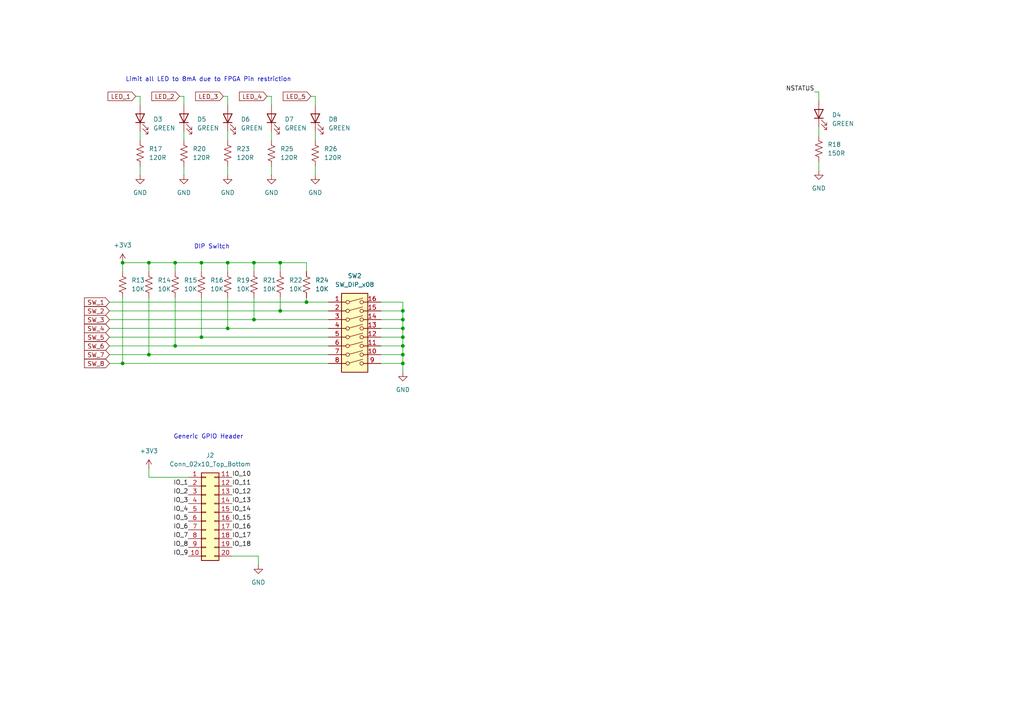
<source format=kicad_sch>
(kicad_sch (version 20231120) (generator "eeschema") (generator_version "8.0")
  (paper "A4")
  (lib_symbols
    (symbol "Connector_Generic:Conn_02x10_Top_Bottom" (pin_names (offset 1.016) hide)
      (property "Reference" "J" (at 1.27 12.7 0))
      (property "Value" "Conn_02x10_Top_Bottom" (at 1.27 -15.24 0))
      (symbol "Conn_02x10_Top_Bottom_1_1"
        (rectangle (start -1.27 -12.573) (end 0 -12.827) (stroke (width 0.1524)))
        (rectangle (start -1.27 -10.033) (end 0 -10.287) (stroke (width 0.1524)))
        (rectangle (start -1.27 -7.493) (end 0 -7.747) (stroke (width 0.1524)))
        (rectangle (start -1.27 -4.953) (end 0 -5.207) (stroke (width 0.1524)))
        (rectangle (start -1.27 -2.413) (end 0 -2.667) (stroke (width 0.1524)))
        (rectangle (start -1.27 0.127) (end 0 -0.127) (stroke (width 0.1524)))
        (rectangle (start -1.27 2.667) (end 0 2.413) (stroke (width 0.1524)))
        (rectangle (start -1.27 5.207) (end 0 4.953) (stroke (width 0.1524)))
        (rectangle (start -1.27 7.747) (end 0 7.493) (stroke (width 0.1524)))
        (rectangle (start -1.27 10.287) (end 0 10.033) (stroke (width 0.1524)))
        (rectangle (start -1.27 11.43) (end 3.81 -13.97) (stroke (width 0.254)) (fill (type background)))
        (rectangle (start 3.81 -12.573) (end 2.54 -12.827) (stroke (width 0.1524)))
        (rectangle (start 3.81 -10.033) (end 2.54 -10.287) (stroke (width 0.1524)))
        (rectangle (start 3.81 -7.493) (end 2.54 -7.747) (stroke (width 0.1524)))
        (rectangle (start 3.81 -4.953) (end 2.54 -5.207) (stroke (width 0.1524)))
        (rectangle (start 3.81 -2.413) (end 2.54 -2.667) (stroke (width 0.1524)))
        (rectangle (start 3.81 0.127) (end 2.54 -0.127) (stroke (width 0.1524)))
        (rectangle (start 3.81 2.667) (end 2.54 2.413) (stroke (width 0.1524)))
        (rectangle (start 3.81 5.207) (end 2.54 4.953) (stroke (width 0.1524)))
        (rectangle (start 3.81 7.747) (end 2.54 7.493) (stroke (width 0.1524)))
        (rectangle (start 3.81 10.287) (end 2.54 10.033) (stroke (width 0.1524)))
        (pin passive line (at -5.08 10.16 0) (length 3.81) (name "Pin_1") (number "1"))
        (pin passive line (at -5.08 -12.7 0) (length 3.81) (name "Pin_10") (number "10"))
        (pin passive line (at 7.62 10.16 180) (length 3.81) (name "Pin_11") (number "11"))
        (pin passive line (at 7.62 7.62 180) (length 3.81) (name "Pin_12") (number "12"))
        (pin passive line (at 7.62 5.08 180) (length 3.81) (name "Pin_13") (number "13"))
        (pin passive line (at 7.62 2.54 180) (length 3.81) (name "Pin_14") (number "14"))
        (pin passive line (at 7.62 0 180) (length 3.81) (name "Pin_15") (number "15"))
        (pin passive line (at 7.62 -2.54 180) (length 3.81) (name "Pin_16") (number "16"))
        (pin passive line (at 7.62 -5.08 180) (length 3.81) (name "Pin_17") (number "17"))
        (pin passive line (at 7.62 -7.62 180) (length 3.81) (name "Pin_18") (number "18"))
        (pin passive line (at 7.62 -10.16 180) (length 3.81) (name "Pin_19") (number "19"))
        (pin passive line (at -5.08 7.62 0) (length 3.81) (name "Pin_2") (number "2"))
        (pin passive line (at 7.62 -12.7 180) (length 3.81) (name "Pin_20") (number "20"))
        (pin passive line (at -5.08 5.08 0) (length 3.81) (name "Pin_3") (number "3"))
        (pin passive line (at -5.08 2.54 0) (length 3.81) (name "Pin_4") (number "4"))
        (pin passive line (at -5.08 0 0) (length 3.81) (name "Pin_5") (number "5"))
        (pin passive line (at -5.08 -2.54 0) (length 3.81) (name "Pin_6") (number "6"))
        (pin passive line (at -5.08 -5.08 0) (length 3.81) (name "Pin_7") (number "7"))
        (pin passive line (at -5.08 -7.62 0) (length 3.81) (name "Pin_8") (number "8"))
        (pin passive line (at -5.08 -10.16 0) (length 3.81) (name "Pin_9") (number "9"))
      )
    )
    (symbol "Device:LED" (pin_numbers hide) (pin_names (offset 1.016) hide)
      (property "Reference" "D" (at 0 2.54 0))
      (property "Value" "LED" (at 0 -2.54 0))
      (symbol "LED_0_1"
        (polyline (pts (xy -1.27 -1.27) (xy -1.27 1.27)) (stroke (width 0.254)))
        (polyline (pts (xy -1.27 0) (xy 1.27 0)))
        (polyline (pts (xy 1.27 -1.27) (xy 1.27 1.27) (xy -1.27 0) (xy 1.27 -1.27)) (stroke (width 0.254)))
        (polyline (pts (xy -3.048 -0.762) (xy -4.572 -2.286) (xy -3.81 -2.286) (xy -4.572 -2.286) (xy -4.572 -1.524)))
        (polyline (pts (xy -1.778 -0.762) (xy -3.302 -2.286) (xy -2.54 -2.286) (xy -3.302 -2.286) (xy -3.302 -1.524)))
      )
      (symbol "LED_1_1"
        (pin passive line (at -3.81 0 0) (length 2.54) (name "K") (number "1"))
        (pin passive line (at 3.81 0 180) (length 2.54) (name "A") (number "2"))
      )
    )
    (symbol "Device:R_US" (pin_numbers hide) (pin_names (offset 0))
      (property "Reference" "R" (at 2.54 0 90))
      (property "Value" "R_US" (at -2.54 0 90))
      (symbol "R_US_0_1"
        (polyline (pts (xy 0 -2.286) (xy 0 -2.54)))
        (polyline (pts (xy 0 2.286) (xy 0 2.54)))
        (polyline (pts (xy 0 -0.762) (xy 1.016 -1.143) (xy 0 -1.524) (xy -1.016 -1.905) (xy 0 -2.286)))
        (polyline (pts (xy 0 0.762) (xy 1.016 0.381) (xy 0 0) (xy -1.016 -0.381) (xy 0 -0.762)))
        (polyline (pts (xy 0 2.286) (xy 1.016 1.905) (xy 0 1.524) (xy -1.016 1.143) (xy 0 0.762)))
      )
      (symbol "R_US_1_1"
        (pin passive line (at 0 3.81 270) (length 1.27) (name "~") (number "1"))
        (pin passive line (at 0 -3.81 90) (length 1.27) (name "~") (number "2"))
      )
    )
    (symbol "Switch:SW_DIP_x08" (pin_names (offset 0) hide)
      (property "Reference" "SW" (at 0 13.97 0))
      (property "Value" "SW_DIP_x08" (at 0 -11.43 0))
      (symbol "SW_DIP_x08_0_0"
        (circle (center -2.032 -7.62) (radius 0.508))
        (circle (center -2.032 -5.08) (radius 0.508))
        (circle (center -2.032 -2.54) (radius 0.508))
        (circle (center -2.032 0) (radius 0.508))
        (circle (center -2.032 2.54) (radius 0.508))
        (circle (center -2.032 5.08) (radius 0.508))
        (circle (center -2.032 7.62) (radius 0.508))
        (circle (center -2.032 10.16) (radius 0.508))
        (polyline (pts (xy -1.524 -7.4676) (xy 2.3622 -6.4262)))
        (polyline (pts (xy -1.524 -4.9276) (xy 2.3622 -3.8862)))
        (polyline (pts (xy -1.524 -2.3876) (xy 2.3622 -1.3462)))
        (polyline (pts (xy -1.524 0.127) (xy 2.3622 1.1684)))
        (polyline (pts (xy -1.524 2.667) (xy 2.3622 3.7084)))
        (polyline (pts (xy -1.524 5.207) (xy 2.3622 6.2484)))
        (polyline (pts (xy -1.524 7.747) (xy 2.3622 8.7884)))
        (polyline (pts (xy -1.524 10.287) (xy 2.3622 11.3284)))
        (circle (center 2.032 -7.62) (radius 0.508))
        (circle (center 2.032 -5.08) (radius 0.508))
        (circle (center 2.032 -2.54) (radius 0.508))
        (circle (center 2.032 0) (radius 0.508))
        (circle (center 2.032 2.54) (radius 0.508))
        (circle (center 2.032 5.08) (radius 0.508))
        (circle (center 2.032 7.62) (radius 0.508))
        (circle (center 2.032 10.16) (radius 0.508))
      )
      (symbol "SW_DIP_x08_0_1"
        (rectangle (start -3.81 12.7) (end 3.81 -10.16) (stroke (width 0.254)) (fill (type background)))
      )
      (symbol "SW_DIP_x08_1_1"
        (pin passive line (at -7.62 10.16 0) (length 5.08) (name "~") (number "1"))
        (pin passive line (at 7.62 -5.08 180) (length 5.08) (name "~") (number "10"))
        (pin passive line (at 7.62 -2.54 180) (length 5.08) (name "~") (number "11"))
        (pin passive line (at 7.62 0 180) (length 5.08) (name "~") (number "12"))
        (pin passive line (at 7.62 2.54 180) (length 5.08) (name "~") (number "13"))
        (pin passive line (at 7.62 5.08 180) (length 5.08) (name "~") (number "14"))
        (pin passive line (at 7.62 7.62 180) (length 5.08) (name "~") (number "15"))
        (pin passive line (at 7.62 10.16 180) (length 5.08) (name "~") (number "16"))
        (pin passive line (at -7.62 7.62 0) (length 5.08) (name "~") (number "2"))
        (pin passive line (at -7.62 5.08 0) (length 5.08) (name "~") (number "3"))
        (pin passive line (at -7.62 2.54 0) (length 5.08) (name "~") (number "4"))
        (pin passive line (at -7.62 0 0) (length 5.08) (name "~") (number "5"))
        (pin passive line (at -7.62 -2.54 0) (length 5.08) (name "~") (number "6"))
        (pin passive line (at -7.62 -5.08 0) (length 5.08) (name "~") (number "7"))
        (pin passive line (at -7.62 -7.62 0) (length 5.08) (name "~") (number "8"))
        (pin passive line (at 7.62 -7.62 180) (length 5.08) (name "~") (number "9"))
      )
    )
    (symbol "power:+3V3" (power) (pin_numbers hide) (pin_names (offset 0) hide)
      (property "Value" "+3V3" (at 0 3.556 0))
      (symbol "+3V3_0_1"
        (polyline (pts (xy -0.762 1.27) (xy 0 2.54)))
        (polyline (pts (xy 0 0) (xy 0 2.54)))
        (polyline (pts (xy 0 2.54) (xy 0.762 1.27)))
      )
      (symbol "+3V3_1_1"
        (pin power_in line (at 0 0 90) (length 0) (name "~") (number "1"))
      )
    )
    (symbol "power:GND" (power) (pin_numbers hide) (pin_names (offset 0) hide)
      (property "Value" "GND" (at 0 -3.81 0))
      (symbol "GND_0_1"
        (polyline (pts (xy 0 0) (xy 0 -1.27) (xy 1.27 -1.27) (xy 0 -2.54) (xy -1.27 -1.27) (xy 0 -1.27)))
      )
      (symbol "GND_1_1"
        (pin power_in line (at 0 0 270) (length 0) (name "~") (number "1"))
      )
    )
  )
  (junction (at 43.18 76.2))
  (junction (at 81.28 90.17))
  (junction (at 50.8 100.33))
  (junction (at 81.28 76.2))
  (junction (at 58.42 76.2))
  (junction (at 66.04 95.25))
  (junction (at 66.04 76.2))
  (junction (at 43.18 102.87))
  (junction (at 88.9 87.63))
  (junction (at 35.56 105.41))
  (junction (at 73.66 92.71))
  (junction (at 116.84 100.33))
  (junction (at 58.42 97.79))
  (junction (at 50.8 76.2))
  (junction (at 73.66 76.2))
  (junction (at 116.84 92.71))
  (junction (at 116.84 95.25))
  (junction (at 35.56 76.2))
  (junction (at 116.84 105.41))
  (junction (at 116.84 90.17))
  (junction (at 116.84 102.87))
  (junction (at 116.84 97.79))
  (wire (pts (xy 90.17 27.94) (xy 91.44 27.94)))
  (wire (pts (xy 78.74 27.94) (xy 78.74 30.48)))
  (wire (pts (xy 110.49 100.33) (xy 116.84 100.33)))
  (wire (pts (xy 43.18 138.43) (xy 54.61 138.43)))
  (wire (pts (xy 58.42 76.2) (xy 66.04 76.2)))
  (wire (pts (xy 73.66 76.2) (xy 66.04 76.2)))
  (wire (pts (xy 81.28 90.17) (xy 95.25 90.17)))
  (wire (pts (xy 73.66 92.71) (xy 95.25 92.71)))
  (wire (pts (xy 66.04 38.1) (xy 66.04 40.64)))
  (wire (pts (xy 35.56 105.41) (xy 95.25 105.41)))
  (wire (pts (xy 43.18 86.36) (xy 43.18 102.87)))
  (wire (pts (xy 116.84 95.25) (xy 116.84 97.79)))
  (wire (pts (xy 237.49 46.99) (xy 237.49 49.53)))
  (wire (pts (xy 66.04 27.94) (xy 66.04 30.48)))
  (wire (pts (xy 58.42 86.36) (xy 58.42 97.79)))
  (wire (pts (xy 50.8 76.2) (xy 58.42 76.2)))
  (wire (pts (xy 31.75 97.79) (xy 58.42 97.79)))
  (wire (pts (xy 73.66 86.36) (xy 73.66 92.71)))
  (wire (pts (xy 39.37 27.94) (xy 40.64 27.94)))
  (wire (pts (xy 66.04 48.26) (xy 66.04 50.8)))
  (wire (pts (xy 40.64 48.26) (xy 40.64 50.8)))
  (wire (pts (xy 78.74 38.1) (xy 78.74 40.64)))
  (wire (pts (xy 116.84 87.63) (xy 116.84 90.17)))
  (wire (pts (xy 53.34 48.26) (xy 53.34 50.8)))
  (wire (pts (xy 67.31 161.29) (xy 74.93 161.29)))
  (wire (pts (xy 110.49 105.41) (xy 116.84 105.41)))
  (wire (pts (xy 52.07 27.94) (xy 53.34 27.94)))
  (wire (pts (xy 43.18 76.2) (xy 43.18 78.74)))
  (wire (pts (xy 66.04 86.36) (xy 66.04 95.25)))
  (wire (pts (xy 110.49 95.25) (xy 116.84 95.25)))
  (wire (pts (xy 31.75 105.41) (xy 35.56 105.41)))
  (wire (pts (xy 78.74 48.26) (xy 78.74 50.8)))
  (wire (pts (xy 73.66 76.2) (xy 73.66 78.74)))
  (wire (pts (xy 40.64 38.1) (xy 40.64 40.64)))
  (wire (pts (xy 53.34 38.1) (xy 53.34 40.64)))
  (wire (pts (xy 31.75 102.87) (xy 43.18 102.87)))
  (wire (pts (xy 50.8 100.33) (xy 95.25 100.33)))
  (wire (pts (xy 110.49 97.79) (xy 116.84 97.79)))
  (wire (pts (xy 58.42 97.79) (xy 95.25 97.79)))
  (wire (pts (xy 81.28 76.2) (xy 73.66 76.2)))
  (wire (pts (xy 43.18 76.2) (xy 50.8 76.2)))
  (wire (pts (xy 53.34 27.94) (xy 53.34 30.48)))
  (wire (pts (xy 91.44 27.94) (xy 91.44 30.48)))
  (wire (pts (xy 88.9 78.74) (xy 88.9 76.2)))
  (wire (pts (xy 110.49 90.17) (xy 116.84 90.17)))
  (wire (pts (xy 91.44 38.1) (xy 91.44 40.64)))
  (wire (pts (xy 66.04 76.2) (xy 66.04 78.74)))
  (wire (pts (xy 74.93 161.29) (xy 74.93 163.83)))
  (wire (pts (xy 110.49 92.71) (xy 116.84 92.71)))
  (wire (pts (xy 31.75 90.17) (xy 81.28 90.17)))
  (wire (pts (xy 237.49 26.67) (xy 237.49 29.21)))
  (wire (pts (xy 236.22 26.67) (xy 237.49 26.67)))
  (wire (pts (xy 81.28 76.2) (xy 88.9 76.2)))
  (wire (pts (xy 81.28 76.2) (xy 81.28 78.74)))
  (wire (pts (xy 35.56 86.36) (xy 35.56 105.41)))
  (wire (pts (xy 40.64 27.94) (xy 40.64 30.48)))
  (wire (pts (xy 116.84 100.33) (xy 116.84 102.87)))
  (wire (pts (xy 110.49 102.87) (xy 116.84 102.87)))
  (wire (pts (xy 116.84 97.79) (xy 116.84 100.33)))
  (wire (pts (xy 31.75 87.63) (xy 88.9 87.63)))
  (wire (pts (xy 237.49 36.83) (xy 237.49 39.37)))
  (wire (pts (xy 31.75 100.33) (xy 50.8 100.33)))
  (wire (pts (xy 81.28 86.36) (xy 81.28 90.17)))
  (wire (pts (xy 91.44 48.26) (xy 91.44 50.8)))
  (wire (pts (xy 88.9 86.36) (xy 88.9 87.63)))
  (wire (pts (xy 35.56 76.2) (xy 43.18 76.2)))
  (wire (pts (xy 116.84 102.87) (xy 116.84 105.41)))
  (wire (pts (xy 88.9 87.63) (xy 95.25 87.63)))
  (wire (pts (xy 43.18 102.87) (xy 95.25 102.87)))
  (wire (pts (xy 58.42 76.2) (xy 58.42 78.74)))
  (wire (pts (xy 50.8 76.2) (xy 50.8 78.74)))
  (wire (pts (xy 31.75 95.25) (xy 66.04 95.25)))
  (wire (pts (xy 116.84 92.71) (xy 116.84 95.25)))
  (wire (pts (xy 66.04 95.25) (xy 95.25 95.25)))
  (wire (pts (xy 35.56 76.2) (xy 35.56 78.74)))
  (wire (pts (xy 64.77 27.94) (xy 66.04 27.94)))
  (wire (pts (xy 31.75 92.71) (xy 73.66 92.71)))
  (wire (pts (xy 43.18 135.89) (xy 43.18 138.43)))
  (wire (pts (xy 77.47 27.94) (xy 78.74 27.94)))
  (wire (pts (xy 110.49 87.63) (xy 116.84 87.63)))
  (wire (pts (xy 116.84 90.17) (xy 116.84 92.71)))
  (wire (pts (xy 116.84 105.41) (xy 116.84 107.95)))
  (wire (pts (xy 50.8 86.36) (xy 50.8 100.33)))
  (text "Generic GPIO Header" (at 60.452 126.746 0) (effects (font (size 1.27 1.27))))
  (text "Limit all LED to 8mA due to FPGA Pin restriction" (at 60.452 23.114 0) (effects (font (size 1.27 1.27))))
  (text "DIP Switch" (at 61.468 71.628 0) (effects (font (size 1.27 1.27))))
  (label "IO_13" (at 67.31 146.05 0))
  (label "NSTATUS" (at 236.22 26.67 180))
  (label "IO_17" (at 67.31 156.21 0))
  (label "IO_12" (at 67.31 143.51 0))
  (label "IO_16" (at 67.31 153.67 0))
  (label "IO_7" (at 54.61 156.21 180))
  (label "IO_9" (at 54.61 161.29 180))
  (label "IO_1" (at 54.61 140.97 180))
  (label "IO_10" (at 67.31 138.43 0))
  (label "IO_6" (at 54.61 153.67 180))
  (label "IO_5" (at 54.61 151.13 180))
  (label "IO_18" (at 67.31 158.75 0))
  (label "IO_14" (at 67.31 148.59 0))
  (label "IO_4" (at 54.61 148.59 180))
  (label "IO_8" (at 54.61 158.75 180))
  (label "IO_3" (at 54.61 146.05 180))
  (label "IO_11" (at 67.31 140.97 0))
  (label "IO_15" (at 67.31 151.13 0))
  (label "IO_2" (at 54.61 143.51 180))
  (global_label "SW_5" (shape input) (at 31.75 97.79 180) (property "Intersheetrefs" "${INTERSHEET_REFS}" (effects (hide yes))))
  (global_label "SW_6" (shape input) (at 31.75 100.33 180) (property "Intersheetrefs" "${INTERSHEET_REFS}" (effects (hide yes))))
  (global_label "SW_4" (shape input) (at 31.75 95.25 180) (property "Intersheetrefs" "${INTERSHEET_REFS}" (effects (hide yes))))
  (global_label "LED_2" (shape input) (at 52.07 27.94 180) (property "Intersheetrefs" "${INTERSHEET_REFS}" (effects (hide yes))))
  (global_label "SW_3" (shape input) (at 31.75 92.71 180) (property "Intersheetrefs" "${INTERSHEET_REFS}" (effects (hide yes))))
  (global_label "SW_7" (shape input) (at 31.75 102.87 180) (property "Intersheetrefs" "${INTERSHEET_REFS}" (effects (hide yes))))
  (global_label "SW_2" (shape input) (at 31.75 90.17 180) (property "Intersheetrefs" "${INTERSHEET_REFS}" (effects (hide yes))))
  (global_label "SW_8" (shape input) (at 31.75 105.41 180) (property "Intersheetrefs" "${INTERSHEET_REFS}" (effects (hide yes))))
  (global_label "LED_5" (shape input) (at 90.17 27.94 180) (property "Intersheetrefs" "${INTERSHEET_REFS}" (effects (hide yes))))
  (global_label "LED_3" (shape input) (at 64.77 27.94 180) (property "Intersheetrefs" "${INTERSHEET_REFS}" (effects (hide yes))))
  (global_label "SW_1" (shape input) (at 31.75 87.63 180) (property "Intersheetrefs" "${INTERSHEET_REFS}" (effects (hide yes))))
  (global_label "LED_1" (shape input) (at 39.37 27.94 180) (property "Intersheetrefs" "${INTERSHEET_REFS}" (effects (hide yes))))
  (global_label "LED_4" (shape input) (at 77.47 27.94 180) (property "Intersheetrefs" "${INTERSHEET_REFS}" (effects (hide yes))))
  (symbol (lib_id "Device:R_US") (at 73.66 82.55 0) (unit 1)
    (property "Reference" "R21" (at 76.2 81.2799 0) (effects (justify left)))
    (property "Value" "10K" (at 76.2 83.8199 0) (effects (justify left)))
    (property "Footprint" "Resistor_SMD:R_0805_2012Metric_Pad1.20x1.40mm_HandSolder" (effects (hide yes)))
    (property "Description" "Resistor, US symbol" (effects (hide yes)))
  )
  (symbol (lib_id "power:GND") (at 116.84 107.95 0) (unit 1)
    (property "Reference" "#PWR0115" (effects (hide yes)))
    (property "Value" "GND" (at 116.84 113.03 0))
    (property "Description" "Power symbol creates a global label with name \"GND\" , ground" (effects (hide yes)))
  )
  (symbol (lib_id "power:GND") (at 53.34 50.8 0) (unit 1)
    (property "Reference" "#PWR0110" (effects (hide yes)))
    (property "Value" "GND" (at 53.34 55.88 0))
    (property "Description" "Power symbol creates a global label with name \"GND\" , ground" (effects (hide yes)))
  )
  (symbol (lib_id "Device:R_US") (at 88.9 82.55 0) (unit 1)
    (property "Reference" "R24" (at 91.44 81.2799 0) (effects (justify left)))
    (property "Value" "10K" (at 91.44 83.8199 0) (effects (justify left)))
    (property "Footprint" "Resistor_SMD:R_0805_2012Metric_Pad1.20x1.40mm_HandSolder" (effects (hide yes)))
    (property "Description" "Resistor, US symbol" (effects (hide yes)))
  )
  (symbol (lib_id "Device:R_US") (at 35.56 82.55 0) (unit 1)
    (property "Reference" "R13" (at 38.1 81.2799 0) (effects (justify left)))
    (property "Value" "10K" (at 38.1 83.8199 0) (effects (justify left)))
    (property "Footprint" "Resistor_SMD:R_0805_2012Metric_Pad1.20x1.40mm_HandSolder" (effects (hide yes)))
    (property "Description" "Resistor, US symbol" (effects (hide yes)))
  )
  (symbol (lib_id "power:+3V3") (at 43.18 135.89 0) (unit 1)
    (property "Reference" "#PWR0107" (effects (hide yes)))
    (property "Value" "+3V3" (at 43.18 130.81 0))
    (property "Description" "Power symbol creates a global label with name \"+3V3\"" (effects (hide yes)))
  )
  (symbol (lib_id "Device:R_US") (at 40.64 44.45 0) (unit 1)
    (property "Reference" "R17" (at 43.18 43.1799 0) (effects (justify left)))
    (property "Value" "120R" (at 43.18 45.7199 0) (effects (justify left)))
    (property "Footprint" "Resistor_SMD:R_0805_2012Metric_Pad1.20x1.40mm_HandSolder" (effects (hide yes)))
    (property "Description" "Resistor, US symbol" (effects (hide yes)))
  )
  (symbol (lib_id "power:GND") (at 74.93 163.83 0) (unit 1)
    (property "Reference" "#PWR0111" (effects (hide yes)))
    (property "Value" "GND" (at 74.93 168.91 0))
    (property "Description" "Power symbol creates a global label with name \"GND\" , ground" (effects (hide yes)))
  )
  (symbol (lib_id "Device:R_US") (at 78.74 44.45 0) (unit 1)
    (property "Reference" "R25" (at 81.28 43.1799 0) (effects (justify left)))
    (property "Value" "120R" (at 81.28 45.7199 0) (effects (justify left)))
    (property "Footprint" "Resistor_SMD:R_0805_2012Metric_Pad1.20x1.40mm_HandSolder" (effects (hide yes)))
    (property "Description" "Resistor, US symbol" (effects (hide yes)))
  )
  (symbol (lib_id "Device:R_US") (at 91.44 44.45 0) (unit 1)
    (property "Reference" "R26" (at 93.98 43.1799 0) (effects (justify left)))
    (property "Value" "120R" (at 93.98 45.7199 0) (effects (justify left)))
    (property "Footprint" "Resistor_SMD:R_0805_2012Metric_Pad1.20x1.40mm_HandSolder" (effects (hide yes)))
    (property "Description" "Resistor, US symbol" (effects (hide yes)))
  )
  (symbol (lib_id "Device:LED") (at 78.74 34.29 90) (unit 1)
    (property "Reference" "D7" (at 82.55 34.6074 90) (effects (justify right)))
    (property "Value" "GREEN" (at 82.55 37.1474 90) (effects (justify right)))
    (property "Footprint" "LED_SMD:LED_1206_3216Metric_Pad1.42x1.75mm_HandSolder" (effects (hide yes)))
    (property "Description" "Light emitting diode" (effects (hide yes)))
  )
  (symbol (lib_id "power:GND") (at 40.64 50.8 0) (unit 1)
    (property "Reference" "#PWR0108" (effects (hide yes)))
    (property "Value" "GND" (at 40.64 55.88 0))
    (property "Description" "Power symbol creates a global label with name \"GND\" , ground" (effects (hide yes)))
  )
  (symbol (lib_id "Device:R_US") (at 43.18 82.55 0) (unit 1)
    (property "Reference" "R14" (at 45.72 81.2799 0) (effects (justify left)))
    (property "Value" "10K" (at 45.72 83.8199 0) (effects (justify left)))
    (property "Footprint" "Resistor_SMD:R_0805_2012Metric_Pad1.20x1.40mm_HandSolder" (effects (hide yes)))
    (property "Description" "Resistor, US symbol" (effects (hide yes)))
  )
  (symbol (lib_id "power:+3V3") (at 35.56 76.2 0) (unit 1)
    (property "Reference" "#PWR0106" (effects (hide yes)))
    (property "Value" "+3V3" (at 35.56 71.12 0))
    (property "Description" "Power symbol creates a global label with name \"+3V3\"" (effects (hide yes)))
  )
  (symbol (lib_id "Device:LED") (at 53.34 34.29 90) (unit 1)
    (property "Reference" "D5" (at 57.15 34.6074 90) (effects (justify right)))
    (property "Value" "GREEN" (at 57.15 37.1474 90) (effects (justify right)))
    (property "Footprint" "LED_SMD:LED_1206_3216Metric_Pad1.42x1.75mm_HandSolder" (effects (hide yes)))
    (property "Description" "Light emitting diode" (effects (hide yes)))
  )
  (symbol (lib_id "power:GND") (at 78.74 50.8 0) (unit 1)
    (property "Reference" "#PWR0113" (effects (hide yes)))
    (property "Value" "GND" (at 78.74 55.88 0))
    (property "Description" "Power symbol creates a global label with name \"GND\" , ground" (effects (hide yes)))
  )
  (symbol (lib_id "Device:R_US") (at 58.42 82.55 0) (unit 1)
    (property "Reference" "R16" (at 60.96 81.2799 0) (effects (justify left)))
    (property "Value" "10K" (at 60.96 83.8199 0) (effects (justify left)))
    (property "Footprint" "Resistor_SMD:R_0805_2012Metric_Pad1.20x1.40mm_HandSolder" (effects (hide yes)))
    (property "Description" "Resistor, US symbol" (effects (hide yes)))
  )
  (symbol (lib_id "power:GND") (at 91.44 50.8 0) (unit 1)
    (property "Reference" "#PWR0114" (effects (hide yes)))
    (property "Value" "GND" (at 91.44 55.88 0))
    (property "Description" "Power symbol creates a global label with name \"GND\" , ground" (effects (hide yes)))
  )
  (symbol (lib_id "Device:R_US") (at 81.28 82.55 0) (unit 1)
    (property "Reference" "R22" (at 83.82 81.2799 0) (effects (justify left)))
    (property "Value" "10K" (at 83.82 83.8199 0) (effects (justify left)))
    (property "Footprint" "Resistor_SMD:R_0805_2012Metric_Pad1.20x1.40mm_HandSolder" (effects (hide yes)))
    (property "Description" "Resistor, US symbol" (effects (hide yes)))
  )
  (symbol (lib_id "Device:R_US") (at 66.04 82.55 0) (unit 1)
    (property "Reference" "R19" (at 68.58 81.2799 0) (effects (justify left)))
    (property "Value" "10K" (at 68.58 83.8199 0) (effects (justify left)))
    (property "Footprint" "Resistor_SMD:R_0805_2012Metric_Pad1.20x1.40mm_HandSolder" (effects (hide yes)))
    (property "Description" "Resistor, US symbol" (effects (hide yes)))
  )
  (symbol (lib_id "Device:R_US") (at 66.04 44.45 0) (unit 1)
    (property "Reference" "R23" (at 68.58 43.1799 0) (effects (justify left)))
    (property "Value" "120R" (at 68.58 45.7199 0) (effects (justify left)))
    (property "Footprint" "Resistor_SMD:R_0805_2012Metric_Pad1.20x1.40mm_HandSolder" (effects (hide yes)))
    (property "Description" "Resistor, US symbol" (effects (hide yes)))
  )
  (symbol (lib_id "Connector_Generic:Conn_02x10_Top_Bottom") (at 59.69 148.59 0) (unit 1)
    (property "Reference" "J2" (at 60.96 132.08 0))
    (property "Value" "Conn_02x10_Top_Bottom" (at 60.96 134.62 0))
    (property "Footprint" "Connector_PinHeader_2.54mm:PinHeader_2x10_P2.54mm_Vertical" (effects (hide yes)))
    (property "Description" "Generic connector, double row, 02x10, top/bottom pin numbering scheme (row 1: 1...pins_per_row, row2: pins_per_row+1 ... num_pins), script generated (kicad-library-utils/schlib/autogen/connector/)" (effects (hide yes)))
  )
  (symbol (lib_id "Device:LED") (at 66.04 34.29 90) (unit 1)
    (property "Reference" "D6" (at 69.85 34.6074 90) (effects (justify right)))
    (property "Value" "GREEN" (at 69.85 37.1474 90) (effects (justify right)))
    (property "Footprint" "LED_SMD:LED_1206_3216Metric_Pad1.42x1.75mm_HandSolder" (effects (hide yes)))
    (property "Description" "Light emitting diode" (effects (hide yes)))
  )
  (symbol (lib_id "power:GND") (at 66.04 50.8 0) (unit 1)
    (property "Reference" "#PWR0112" (effects (hide yes)))
    (property "Value" "GND" (at 66.04 55.88 0))
    (property "Description" "Power symbol creates a global label with name \"GND\" , ground" (effects (hide yes)))
  )
  (symbol (lib_id "Switch:SW_DIP_x08") (at 102.87 97.79 0) (unit 1)
    (property "Reference" "SW2" (at 102.87 80.01 0))
    (property "Value" "SW_DIP_x08" (at 102.87 82.55 0))
    (property "Description" "8x DIP Switch, Single Pole Single Throw (SPST) switch, small symbol" (effects (hide yes)))
  )
  (symbol (lib_id "Device:R_US") (at 53.34 44.45 0) (unit 1)
    (property "Reference" "R20" (at 55.88 43.1799 0) (effects (justify left)))
    (property "Value" "120R" (at 55.88 45.7199 0) (effects (justify left)))
    (property "Footprint" "Resistor_SMD:R_0805_2012Metric_Pad1.20x1.40mm_HandSolder" (effects (hide yes)))
    (property "Description" "Resistor, US symbol" (effects (hide yes)))
  )
  (symbol (lib_id "Device:R_US") (at 237.49 43.18 0) (unit 1)
    (property "Reference" "R18" (at 240.03 41.9099 0) (effects (justify left)))
    (property "Value" "150R" (at 240.03 44.4499 0) (effects (justify left)))
    (property "Footprint" "Resistor_SMD:R_0805_2012Metric_Pad1.20x1.40mm_HandSolder" (effects (hide yes)))
    (property "Description" "Resistor, US symbol" (effects (hide yes)))
  )
  (symbol (lib_id "power:GND") (at 237.49 49.53 0) (unit 1)
    (property "Reference" "#PWR0109" (effects (hide yes)))
    (property "Value" "GND" (at 237.49 54.61 0))
    (property "Description" "Power symbol creates a global label with name \"GND\" , ground" (effects (hide yes)))
  )
  (symbol (lib_id "Device:R_US") (at 50.8 82.55 0) (unit 1)
    (property "Reference" "R15" (at 53.34 81.2799 0) (effects (justify left)))
    (property "Value" "10K" (at 53.34 83.8199 0) (effects (justify left)))
    (property "Footprint" "Resistor_SMD:R_0805_2012Metric_Pad1.20x1.40mm_HandSolder" (effects (hide yes)))
    (property "Description" "Resistor, US symbol" (effects (hide yes)))
  )
  (symbol (lib_id "Device:LED") (at 237.49 33.02 90) (unit 1)
    (property "Reference" "D4" (at 241.3 33.3374 90) (effects (justify right)))
    (property "Value" "GREEN" (at 241.3 35.8774 90) (effects (justify right)))
    (property "Footprint" "LED_SMD:LED_1206_3216Metric_Pad1.42x1.75mm_HandSolder" (effects (hide yes)))
    (property "Description" "Light emitting diode" (effects (hide yes)))
  )
  (symbol (lib_id "Device:LED") (at 40.64 34.29 90) (unit 1)
    (property "Reference" "D3" (at 44.45 34.6074 90) (effects (justify right)))
    (property "Value" "GREEN" (at 44.45 37.1474 90) (effects (justify right)))
    (property "Footprint" "LED_SMD:LED_1206_3216Metric_Pad1.42x1.75mm_HandSolder" (effects (hide yes)))
    (property "Description" "Light emitting diode" (effects (hide yes)))
  )
  (symbol (lib_id "Device:LED") (at 91.44 34.29 90) (unit 1)
    (property "Reference" "D8" (at 95.25 34.6074 90) (effects (justify right)))
    (property "Value" "GREEN" (at 95.25 37.1474 90) (effects (justify right)))
    (property "Footprint" "LED_SMD:LED_1206_3216Metric_Pad1.42x1.75mm_HandSolder" (effects (hide yes)))
    (property "Description" "Light emitting diode" (effects (hide yes)))
  )
)
</source>
